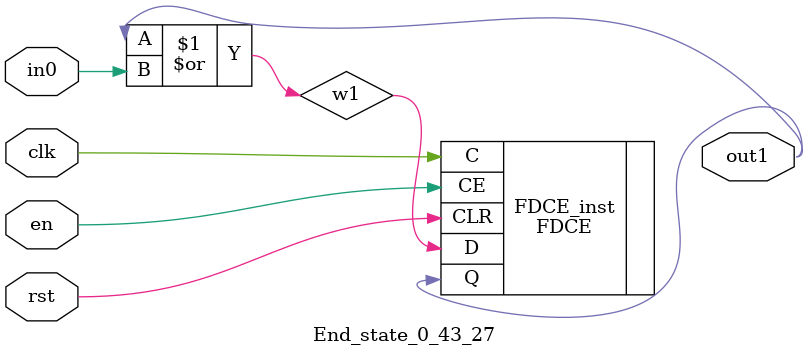
<source format=v>
module engine_0_43(out,clk,sod,en, in_2, in_3, in_4, in_5, in_6, in_7, in_8, in_15, in_17, in_18, in_19, in_20, in_28, in_30, in_31, in_38, in_41, in_57, in_65);
//pcre: /\x3Fcmd\x3Dgettask\x26login\x3D\w+.*?bits\x3D/Ui
//block char: \w[6], N[0], O[0], L[0], G[0], I[0], S[0], a[0], e[0], c[0], d[0], =[0], \x3F[8], t[0], .[7], B[0], M[0], \x26[8], K[0], 

	input clk,sod,en;

	input in_2, in_3, in_4, in_5, in_6, in_7, in_8, in_15, in_17, in_18, in_19, in_20, in_28, in_30, in_31, in_38, in_41, in_57, in_65;
	output out;

	assign w0 = 1'b1;
	state_0_43_1 BlockState_0_43_1 (w1,in_28,clk,en,sod,w0);
	state_0_43_2 BlockState_0_43_2 (w2,in_18,clk,en,sod,w1);
	state_0_43_3 BlockState_0_43_3 (w3,in_41,clk,en,sod,w2);
	state_0_43_4 BlockState_0_43_4 (w4,in_19,clk,en,sod,w3);
	state_0_43_5 BlockState_0_43_5 (w5,in_20,clk,en,sod,w4);
	state_0_43_6 BlockState_0_43_6 (w6,in_6,clk,en,sod,w5);
	state_0_43_7 BlockState_0_43_7 (w7,in_17,clk,en,sod,w6);
	state_0_43_8 BlockState_0_43_8 (w8,in_30,clk,en,sod,w7);
	state_0_43_9 BlockState_0_43_9 (w9,in_30,clk,en,sod,w8);
	state_0_43_10 BlockState_0_43_10 (w10,in_15,clk,en,sod,w9);
	state_0_43_11 BlockState_0_43_11 (w11,in_8,clk,en,sod,w10);
	state_0_43_12 BlockState_0_43_12 (w12,in_65,clk,en,sod,w11);
	state_0_43_13 BlockState_0_43_13 (w13,in_57,clk,en,sod,w12);
	state_0_43_14 BlockState_0_43_14 (w14,in_5,clk,en,sod,w13);
	state_0_43_15 BlockState_0_43_15 (w15,in_4,clk,en,sod,w14);
	state_0_43_16 BlockState_0_43_16 (w16,in_6,clk,en,sod,w15);
	state_0_43_17 BlockState_0_43_17 (w17,in_7,clk,en,sod,w16);
	state_0_43_18 BlockState_0_43_18 (w18,in_3,clk,en,sod,w17);
	state_0_43_19 BlockState_0_43_19 (w19,in_20,clk,en,sod,w18);
	state_0_43_20 BlockState_0_43_20 (w20,in_2,clk,en,sod,w20,w19);
	state_0_43_21 BlockState_0_43_21 (w21,in_31,clk,en,sod,w21,w20);
	state_0_43_22 BlockState_0_43_22 (w22,in_38,clk,en,sod,w20,w20,w21);
	state_0_43_23 BlockState_0_43_23 (w23,in_7,clk,en,sod,w22);
	state_0_43_24 BlockState_0_43_24 (w24,in_30,clk,en,sod,w23);
	state_0_43_25 BlockState_0_43_25 (w25,in_8,clk,en,sod,w24);
	state_0_43_26 BlockState_0_43_26 (w26,in_20,clk,en,sod,w25);
	End_state_0_43_27 BlockState_0_43_27 (out,clk,en,sod,w26);
endmodule

module state_0_43_1(out1,in_char,clk,en,rst,in0);
	input in_char,clk,en,rst,in0;
	output out1;
	wire w1,w2;
	assign w1 = in0; 
	and(w2,in_char,w1);
	FDCE #(.INIT(1'b0)) FDCE_inst (
		.Q(out1),
		.C(clk),
		.CE(en),
		.CLR(rst),
		.D(w2)
);
endmodule

module state_0_43_2(out1,in_char,clk,en,rst,in0);
	input in_char,clk,en,rst,in0;
	output out1;
	wire w1,w2;
	assign w1 = in0; 
	and(w2,in_char,w1);
	FDCE #(.INIT(1'b0)) FDCE_inst (
		.Q(out1),
		.C(clk),
		.CE(en),
		.CLR(rst),
		.D(w2)
);
endmodule

module state_0_43_3(out1,in_char,clk,en,rst,in0);
	input in_char,clk,en,rst,in0;
	output out1;
	wire w1,w2;
	assign w1 = in0; 
	and(w2,in_char,w1);
	FDCE #(.INIT(1'b0)) FDCE_inst (
		.Q(out1),
		.C(clk),
		.CE(en),
		.CLR(rst),
		.D(w2)
);
endmodule

module state_0_43_4(out1,in_char,clk,en,rst,in0);
	input in_char,clk,en,rst,in0;
	output out1;
	wire w1,w2;
	assign w1 = in0; 
	and(w2,in_char,w1);
	FDCE #(.INIT(1'b0)) FDCE_inst (
		.Q(out1),
		.C(clk),
		.CE(en),
		.CLR(rst),
		.D(w2)
);
endmodule

module state_0_43_5(out1,in_char,clk,en,rst,in0);
	input in_char,clk,en,rst,in0;
	output out1;
	wire w1,w2;
	assign w1 = in0; 
	and(w2,in_char,w1);
	FDCE #(.INIT(1'b0)) FDCE_inst (
		.Q(out1),
		.C(clk),
		.CE(en),
		.CLR(rst),
		.D(w2)
);
endmodule

module state_0_43_6(out1,in_char,clk,en,rst,in0);
	input in_char,clk,en,rst,in0;
	output out1;
	wire w1,w2;
	assign w1 = in0; 
	and(w2,in_char,w1);
	FDCE #(.INIT(1'b0)) FDCE_inst (
		.Q(out1),
		.C(clk),
		.CE(en),
		.CLR(rst),
		.D(w2)
);
endmodule

module state_0_43_7(out1,in_char,clk,en,rst,in0);
	input in_char,clk,en,rst,in0;
	output out1;
	wire w1,w2;
	assign w1 = in0; 
	and(w2,in_char,w1);
	FDCE #(.INIT(1'b0)) FDCE_inst (
		.Q(out1),
		.C(clk),
		.CE(en),
		.CLR(rst),
		.D(w2)
);
endmodule

module state_0_43_8(out1,in_char,clk,en,rst,in0);
	input in_char,clk,en,rst,in0;
	output out1;
	wire w1,w2;
	assign w1 = in0; 
	and(w2,in_char,w1);
	FDCE #(.INIT(1'b0)) FDCE_inst (
		.Q(out1),
		.C(clk),
		.CE(en),
		.CLR(rst),
		.D(w2)
);
endmodule

module state_0_43_9(out1,in_char,clk,en,rst,in0);
	input in_char,clk,en,rst,in0;
	output out1;
	wire w1,w2;
	assign w1 = in0; 
	and(w2,in_char,w1);
	FDCE #(.INIT(1'b0)) FDCE_inst (
		.Q(out1),
		.C(clk),
		.CE(en),
		.CLR(rst),
		.D(w2)
);
endmodule

module state_0_43_10(out1,in_char,clk,en,rst,in0);
	input in_char,clk,en,rst,in0;
	output out1;
	wire w1,w2;
	assign w1 = in0; 
	and(w2,in_char,w1);
	FDCE #(.INIT(1'b0)) FDCE_inst (
		.Q(out1),
		.C(clk),
		.CE(en),
		.CLR(rst),
		.D(w2)
);
endmodule

module state_0_43_11(out1,in_char,clk,en,rst,in0);
	input in_char,clk,en,rst,in0;
	output out1;
	wire w1,w2;
	assign w1 = in0; 
	and(w2,in_char,w1);
	FDCE #(.INIT(1'b0)) FDCE_inst (
		.Q(out1),
		.C(clk),
		.CE(en),
		.CLR(rst),
		.D(w2)
);
endmodule

module state_0_43_12(out1,in_char,clk,en,rst,in0);
	input in_char,clk,en,rst,in0;
	output out1;
	wire w1,w2;
	assign w1 = in0; 
	and(w2,in_char,w1);
	FDCE #(.INIT(1'b0)) FDCE_inst (
		.Q(out1),
		.C(clk),
		.CE(en),
		.CLR(rst),
		.D(w2)
);
endmodule

module state_0_43_13(out1,in_char,clk,en,rst,in0);
	input in_char,clk,en,rst,in0;
	output out1;
	wire w1,w2;
	assign w1 = in0; 
	and(w2,in_char,w1);
	FDCE #(.INIT(1'b0)) FDCE_inst (
		.Q(out1),
		.C(clk),
		.CE(en),
		.CLR(rst),
		.D(w2)
);
endmodule

module state_0_43_14(out1,in_char,clk,en,rst,in0);
	input in_char,clk,en,rst,in0;
	output out1;
	wire w1,w2;
	assign w1 = in0; 
	and(w2,in_char,w1);
	FDCE #(.INIT(1'b0)) FDCE_inst (
		.Q(out1),
		.C(clk),
		.CE(en),
		.CLR(rst),
		.D(w2)
);
endmodule

module state_0_43_15(out1,in_char,clk,en,rst,in0);
	input in_char,clk,en,rst,in0;
	output out1;
	wire w1,w2;
	assign w1 = in0; 
	and(w2,in_char,w1);
	FDCE #(.INIT(1'b0)) FDCE_inst (
		.Q(out1),
		.C(clk),
		.CE(en),
		.CLR(rst),
		.D(w2)
);
endmodule

module state_0_43_16(out1,in_char,clk,en,rst,in0);
	input in_char,clk,en,rst,in0;
	output out1;
	wire w1,w2;
	assign w1 = in0; 
	and(w2,in_char,w1);
	FDCE #(.INIT(1'b0)) FDCE_inst (
		.Q(out1),
		.C(clk),
		.CE(en),
		.CLR(rst),
		.D(w2)
);
endmodule

module state_0_43_17(out1,in_char,clk,en,rst,in0);
	input in_char,clk,en,rst,in0;
	output out1;
	wire w1,w2;
	assign w1 = in0; 
	and(w2,in_char,w1);
	FDCE #(.INIT(1'b0)) FDCE_inst (
		.Q(out1),
		.C(clk),
		.CE(en),
		.CLR(rst),
		.D(w2)
);
endmodule

module state_0_43_18(out1,in_char,clk,en,rst,in0);
	input in_char,clk,en,rst,in0;
	output out1;
	wire w1,w2;
	assign w1 = in0; 
	and(w2,in_char,w1);
	FDCE #(.INIT(1'b0)) FDCE_inst (
		.Q(out1),
		.C(clk),
		.CE(en),
		.CLR(rst),
		.D(w2)
);
endmodule

module state_0_43_19(out1,in_char,clk,en,rst,in0);
	input in_char,clk,en,rst,in0;
	output out1;
	wire w1,w2;
	assign w1 = in0; 
	and(w2,in_char,w1);
	FDCE #(.INIT(1'b0)) FDCE_inst (
		.Q(out1),
		.C(clk),
		.CE(en),
		.CLR(rst),
		.D(w2)
);
endmodule

module state_0_43_20(out1,in_char,clk,en,rst,in0,in1);
	input in_char,clk,en,rst,in0,in1;
	output out1;
	wire w1,w2;
	or(w1,in0,in1);
	and(w2,in_char,w1);
	FDCE #(.INIT(1'b0)) FDCE_inst (
		.Q(out1),
		.C(clk),
		.CE(en),
		.CLR(rst),
		.D(w2)
);
endmodule

module state_0_43_21(out1,in_char,clk,en,rst,in0,in1);
	input in_char,clk,en,rst,in0,in1;
	output out1;
	wire w1,w2;
	or(w1,in0,in1);
	and(w2,in_char,w1);
	FDCE #(.INIT(1'b0)) FDCE_inst (
		.Q(out1),
		.C(clk),
		.CE(en),
		.CLR(rst),
		.D(w2)
);
endmodule

module state_0_43_22(out1,in_char,clk,en,rst,in0,in1,in2);
	input in_char,clk,en,rst,in0,in1,in2;
	output out1;
	wire w1,w2;
	or(w1,in0,in1,in2);
	and(w2,in_char,w1);
	FDCE #(.INIT(1'b0)) FDCE_inst (
		.Q(out1),
		.C(clk),
		.CE(en),
		.CLR(rst),
		.D(w2)
);
endmodule

module state_0_43_23(out1,in_char,clk,en,rst,in0);
	input in_char,clk,en,rst,in0;
	output out1;
	wire w1,w2;
	assign w1 = in0; 
	and(w2,in_char,w1);
	FDCE #(.INIT(1'b0)) FDCE_inst (
		.Q(out1),
		.C(clk),
		.CE(en),
		.CLR(rst),
		.D(w2)
);
endmodule

module state_0_43_24(out1,in_char,clk,en,rst,in0);
	input in_char,clk,en,rst,in0;
	output out1;
	wire w1,w2;
	assign w1 = in0; 
	and(w2,in_char,w1);
	FDCE #(.INIT(1'b0)) FDCE_inst (
		.Q(out1),
		.C(clk),
		.CE(en),
		.CLR(rst),
		.D(w2)
);
endmodule

module state_0_43_25(out1,in_char,clk,en,rst,in0);
	input in_char,clk,en,rst,in0;
	output out1;
	wire w1,w2;
	assign w1 = in0; 
	and(w2,in_char,w1);
	FDCE #(.INIT(1'b0)) FDCE_inst (
		.Q(out1),
		.C(clk),
		.CE(en),
		.CLR(rst),
		.D(w2)
);
endmodule

module state_0_43_26(out1,in_char,clk,en,rst,in0);
	input in_char,clk,en,rst,in0;
	output out1;
	wire w1,w2;
	assign w1 = in0; 
	and(w2,in_char,w1);
	FDCE #(.INIT(1'b0)) FDCE_inst (
		.Q(out1),
		.C(clk),
		.CE(en),
		.CLR(rst),
		.D(w2)
);
endmodule

module End_state_0_43_27(out1,clk,en,rst,in0);
	input clk,rst,en,in0;
	output out1;
	wire w1;
	or(w1,out1,in0);
	FDCE #(.INIT(1'b0)) FDCE_inst (
		.Q(out1),
		.C(clk),
		.CE(en),
		.CLR(rst),
		.D(w1)
);
endmodule


</source>
